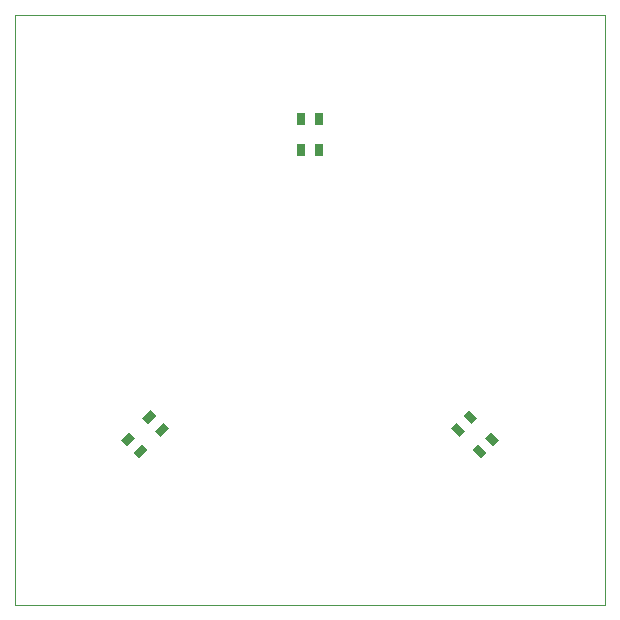
<source format=gbp>
G75*
%MOIN*%
%OFA0B0*%
%FSLAX24Y24*%
%IPPOS*%
%LPD*%
%AMOC8*
5,1,8,0,0,1.08239X$1,22.5*
%
%ADD10C,0.0000*%
%ADD11R,0.0276X0.0394*%
D10*
X000100Y000100D02*
X000100Y019785D01*
X019785Y019785D01*
X019785Y000100D01*
X000100Y000100D01*
D11*
G36*
X004326Y005466D02*
X004521Y005271D01*
X004244Y004994D01*
X004049Y005189D01*
X004326Y005466D01*
G37*
G36*
X003909Y005884D02*
X004104Y005689D01*
X003827Y005412D01*
X003632Y005607D01*
X003909Y005884D01*
G37*
G36*
X004633Y006607D02*
X004828Y006412D01*
X004551Y006135D01*
X004356Y006330D01*
X004633Y006607D01*
G37*
G36*
X005050Y006190D02*
X005245Y005995D01*
X004968Y005718D01*
X004773Y005913D01*
X005050Y006190D01*
G37*
X009643Y015289D03*
X010234Y015289D03*
X010234Y016313D03*
X009643Y016313D03*
G36*
X015049Y006412D02*
X015244Y006607D01*
X015521Y006330D01*
X015326Y006135D01*
X015049Y006412D01*
G37*
G36*
X014632Y005995D02*
X014827Y006190D01*
X015104Y005913D01*
X014909Y005718D01*
X014632Y005995D01*
G37*
G36*
X015356Y005271D02*
X015551Y005466D01*
X015828Y005189D01*
X015633Y004994D01*
X015356Y005271D01*
G37*
G36*
X015773Y005689D02*
X015968Y005884D01*
X016245Y005607D01*
X016050Y005412D01*
X015773Y005689D01*
G37*
M02*

</source>
